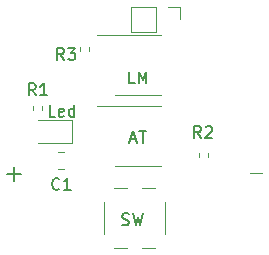
<source format=gbr>
%TF.GenerationSoftware,KiCad,Pcbnew,(5.1.12)-1*%
%TF.CreationDate,2022-04-14T16:35:20-05:00*%
%TF.ProjectId,bone_stim_pulsed_v3,626f6e65-5f73-4746-996d-5f70756c7365,rev?*%
%TF.SameCoordinates,Original*%
%TF.FileFunction,Legend,Top*%
%TF.FilePolarity,Positive*%
%FSLAX46Y46*%
G04 Gerber Fmt 4.6, Leading zero omitted, Abs format (unit mm)*
G04 Created by KiCad (PCBNEW (5.1.12)-1) date 2022-04-14 16:35:20*
%MOMM*%
%LPD*%
G01*
G04 APERTURE LIST*
%ADD10C,0.120000*%
%ADD11C,0.150000*%
G04 APERTURE END LIST*
D10*
X142000000Y-88000000D02*
X143000000Y-88000000D01*
%TO.C,SW*%
X131525000Y-94400000D02*
X130500000Y-94400000D01*
X133900000Y-94400000D02*
X132875000Y-94400000D01*
X131525000Y-89300000D02*
X130500000Y-89300000D01*
X129650000Y-90475000D02*
X129650000Y-93225000D01*
X134750000Y-90475000D02*
X134750000Y-93225000D01*
X133900000Y-89300000D02*
X132875000Y-89300000D01*
%TO.C,AT*%
X132475000Y-82345000D02*
X129025000Y-82345000D01*
X132475000Y-82345000D02*
X134425000Y-82345000D01*
X132475000Y-87465000D02*
X130525000Y-87465000D01*
X132475000Y-87465000D02*
X134425000Y-87465000D01*
%TO.C,C1*%
X125738748Y-87735000D02*
X126261252Y-87735000D01*
X125738748Y-86265000D02*
X126261252Y-86265000D01*
%TO.C,Led*%
X126885000Y-83540000D02*
X124025000Y-83540000D01*
X126885000Y-85460000D02*
X126885000Y-83540000D01*
X124025000Y-85460000D02*
X126885000Y-85460000D01*
%TO.C,LM*%
X132475000Y-81465000D02*
X134425000Y-81465000D01*
X132475000Y-81465000D02*
X130525000Y-81465000D01*
X132475000Y-76345000D02*
X134425000Y-76345000D01*
X132475000Y-76345000D02*
X129025000Y-76345000D01*
%TO.C,R1*%
X123620000Y-82356359D02*
X123620000Y-82663641D01*
X124380000Y-82356359D02*
X124380000Y-82663641D01*
%TO.C,R2*%
X137620000Y-86663641D02*
X137620000Y-86356359D01*
X138380000Y-86663641D02*
X138380000Y-86356359D01*
%TO.C,R3*%
X128380000Y-77663641D02*
X128380000Y-77356359D01*
X127620000Y-77663641D02*
X127620000Y-77356359D01*
%TO.C, *%
X136060000Y-73940000D02*
X136060000Y-75000000D01*
X135000000Y-73940000D02*
X136060000Y-73940000D01*
X134000000Y-73940000D02*
X134000000Y-76060000D01*
X134000000Y-76060000D02*
X131940000Y-76060000D01*
X134000000Y-73940000D02*
X131940000Y-73940000D01*
X131940000Y-73940000D02*
X131940000Y-76060000D01*
D11*
X121428571Y-88107142D02*
X122571428Y-88107142D01*
X122000000Y-88678571D02*
X122000000Y-87535714D01*
%TO.C,*%
%TO.C,SW*%
X131142857Y-92404761D02*
X131285714Y-92452380D01*
X131523809Y-92452380D01*
X131619047Y-92404761D01*
X131666666Y-92357142D01*
X131714285Y-92261904D01*
X131714285Y-92166666D01*
X131666666Y-92071428D01*
X131619047Y-92023809D01*
X131523809Y-91976190D01*
X131333333Y-91928571D01*
X131238095Y-91880952D01*
X131190476Y-91833333D01*
X131142857Y-91738095D01*
X131142857Y-91642857D01*
X131190476Y-91547619D01*
X131238095Y-91500000D01*
X131333333Y-91452380D01*
X131571428Y-91452380D01*
X131714285Y-91500000D01*
X132047619Y-91452380D02*
X132285714Y-92452380D01*
X132476190Y-91738095D01*
X132666666Y-92452380D01*
X132904761Y-91452380D01*
%TO.C,AT*%
X131855952Y-85166666D02*
X132332142Y-85166666D01*
X131760714Y-85452380D02*
X132094047Y-84452380D01*
X132427380Y-85452380D01*
X132617857Y-84452380D02*
X133189285Y-84452380D01*
X132903571Y-85452380D02*
X132903571Y-84452380D01*
%TO.C,C1*%
X125833333Y-89357142D02*
X125785714Y-89404761D01*
X125642857Y-89452380D01*
X125547619Y-89452380D01*
X125404761Y-89404761D01*
X125309523Y-89309523D01*
X125261904Y-89214285D01*
X125214285Y-89023809D01*
X125214285Y-88880952D01*
X125261904Y-88690476D01*
X125309523Y-88595238D01*
X125404761Y-88500000D01*
X125547619Y-88452380D01*
X125642857Y-88452380D01*
X125785714Y-88500000D01*
X125833333Y-88547619D01*
X126785714Y-89452380D02*
X126214285Y-89452380D01*
X126500000Y-89452380D02*
X126500000Y-88452380D01*
X126404761Y-88595238D01*
X126309523Y-88690476D01*
X126214285Y-88738095D01*
%TO.C,Led*%
X125478571Y-83252380D02*
X125002380Y-83252380D01*
X125002380Y-82252380D01*
X126192857Y-83204761D02*
X126097619Y-83252380D01*
X125907142Y-83252380D01*
X125811904Y-83204761D01*
X125764285Y-83109523D01*
X125764285Y-82728571D01*
X125811904Y-82633333D01*
X125907142Y-82585714D01*
X126097619Y-82585714D01*
X126192857Y-82633333D01*
X126240476Y-82728571D01*
X126240476Y-82823809D01*
X125764285Y-82919047D01*
X127097619Y-83252380D02*
X127097619Y-82252380D01*
X127097619Y-83204761D02*
X127002380Y-83252380D01*
X126811904Y-83252380D01*
X126716666Y-83204761D01*
X126669047Y-83157142D01*
X126621428Y-83061904D01*
X126621428Y-82776190D01*
X126669047Y-82680952D01*
X126716666Y-82633333D01*
X126811904Y-82585714D01*
X127002380Y-82585714D01*
X127097619Y-82633333D01*
%TO.C,LM*%
X132213095Y-80452380D02*
X131736904Y-80452380D01*
X131736904Y-79452380D01*
X132546428Y-80452380D02*
X132546428Y-79452380D01*
X132879761Y-80166666D01*
X133213095Y-79452380D01*
X133213095Y-80452380D01*
%TO.C,R1*%
X123833333Y-81452380D02*
X123500000Y-80976190D01*
X123261904Y-81452380D02*
X123261904Y-80452380D01*
X123642857Y-80452380D01*
X123738095Y-80500000D01*
X123785714Y-80547619D01*
X123833333Y-80642857D01*
X123833333Y-80785714D01*
X123785714Y-80880952D01*
X123738095Y-80928571D01*
X123642857Y-80976190D01*
X123261904Y-80976190D01*
X124785714Y-81452380D02*
X124214285Y-81452380D01*
X124500000Y-81452380D02*
X124500000Y-80452380D01*
X124404761Y-80595238D01*
X124309523Y-80690476D01*
X124214285Y-80738095D01*
%TO.C,R2*%
X137833333Y-85052380D02*
X137500000Y-84576190D01*
X137261904Y-85052380D02*
X137261904Y-84052380D01*
X137642857Y-84052380D01*
X137738095Y-84100000D01*
X137785714Y-84147619D01*
X137833333Y-84242857D01*
X137833333Y-84385714D01*
X137785714Y-84480952D01*
X137738095Y-84528571D01*
X137642857Y-84576190D01*
X137261904Y-84576190D01*
X138214285Y-84147619D02*
X138261904Y-84100000D01*
X138357142Y-84052380D01*
X138595238Y-84052380D01*
X138690476Y-84100000D01*
X138738095Y-84147619D01*
X138785714Y-84242857D01*
X138785714Y-84338095D01*
X138738095Y-84480952D01*
X138166666Y-85052380D01*
X138785714Y-85052380D01*
%TO.C,R3*%
X126233333Y-78452380D02*
X125900000Y-77976190D01*
X125661904Y-78452380D02*
X125661904Y-77452380D01*
X126042857Y-77452380D01*
X126138095Y-77500000D01*
X126185714Y-77547619D01*
X126233333Y-77642857D01*
X126233333Y-77785714D01*
X126185714Y-77880952D01*
X126138095Y-77928571D01*
X126042857Y-77976190D01*
X125661904Y-77976190D01*
X126566666Y-77452380D02*
X127185714Y-77452380D01*
X126852380Y-77833333D01*
X126995238Y-77833333D01*
X127090476Y-77880952D01*
X127138095Y-77928571D01*
X127185714Y-78023809D01*
X127185714Y-78261904D01*
X127138095Y-78357142D01*
X127090476Y-78404761D01*
X126995238Y-78452380D01*
X126709523Y-78452380D01*
X126614285Y-78404761D01*
X126566666Y-78357142D01*
%TO.C, *%
%TD*%
M02*

</source>
